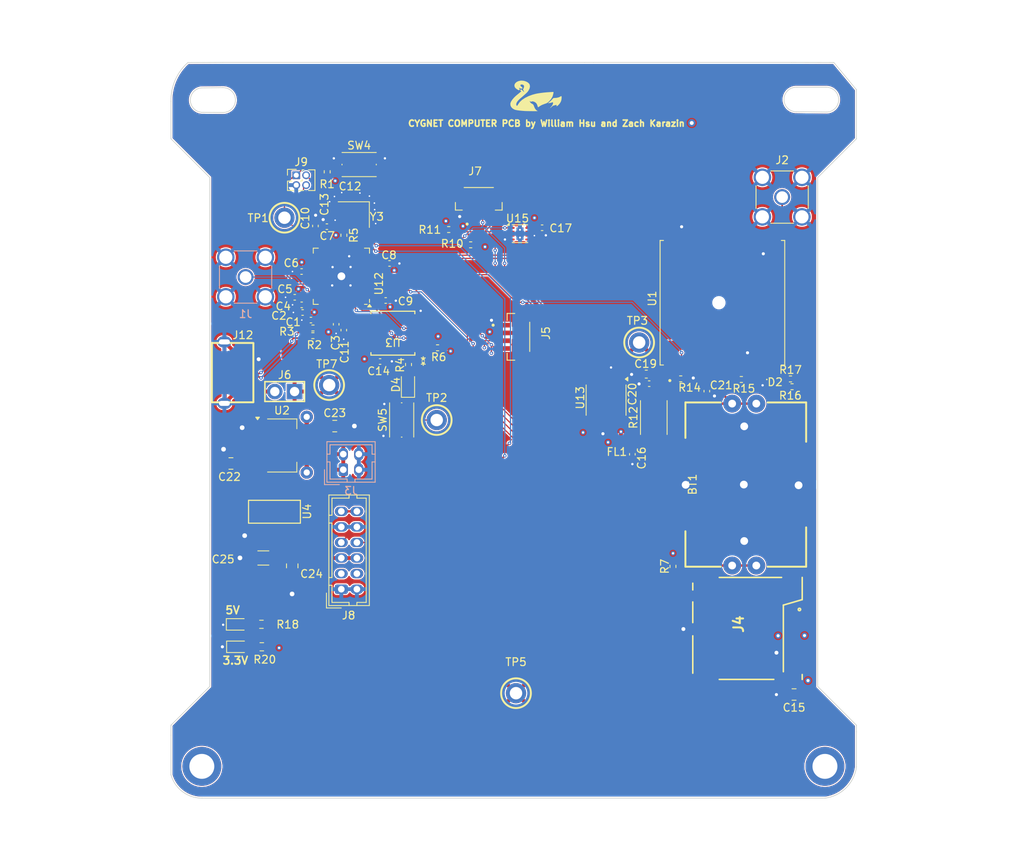
<source format=kicad_pcb>
(kicad_pcb (version 20241229) (generator "pcbnew") (generator_version "9.0")
  (layers (0 "F.Cu" signal) (4 "In1.Cu" power) (6 "In2.Cu" power) (2 "B.Cu" signal) (13 "F.Paste" user) (15 "B.Paste" user) (5 "F.SilkS" user "F.Silkscreen") (7 "B.SilkS" user "B.Silkscreen") (1 "F.Mask" user) (3 "B.Mask" user) (25 "Edge.Cuts" user))
  (net 0 "")
  (net 1 "/RP2040 MCU/Crystal In")
  (net 2 "Net-(C13-Pad1)")
  (net 3 "+1V1")
  (net 4 "/Sensors/VBACKUP")
  (net 5 "GND")
  (net 6 "+5V")
  (net 7 "Net-(D2-A)")
  (net 8 "Net-(D3-A)")
  (net 9 "Cosmic Analog")
  (net 10 "GPS VCC")
  (net 11 "Net-(J2-In)")
  (net 14 "/RP2040 MCU/Crystal Out")
  (net 15 "Net-(U12-USB_DP)")
  (net 16 "Net-(U12-USB_DM)")
  (net 18 "MicroSD CLK")
  (net 19 "PAYLOAD_BATT")
  (net 20 "/RP2040 MCU/QSPI_SCLK")
  (net 21 "/RP2040 MCU/QSPI_SD0")
  (net 22 "/RP2040 MCU/QSPI_SD1")
  (net 23 "/RP2040 MCU/QSPI_SD2")
  (net 24 "/RP2040 MCU/QSPI_SD3")
  (net 25 "/RP2040 MCU/QSPI_SS")
  (net 26 "RP2040 Reset")
  (net 27 "SDA0")
  (net 28 "SCL0")
  (net 29 "Net-(U1-3D-FIX)")
  (net 30 "GPS Reset")
  (net 31 "Net-(U1-TX)")
  (net 32 "Net-(D4-A)")
  (net 33 "UART0 Rx")
  (net 34 "PAYLOAD_PWR")
  (net 35 "UART0 Tx")
  (net 36 "Net-(U1-RX)")
  (net 38 "GPS 1PPS")
  (net 40 "USB_D+")
  (net 41 "USB_D-")
  (net 46 "MicroSD MOSI")
  (net 47 "SWCLK")
  (net 48 "MicroSD CS")
  (net 49 "MicroSD MISO")
  (net 50 "SWD")
  (net 54 "Net-(D4-K)")
  (net 55 "SCL1")
  (net 56 "Net-(J12-VBUS)")
  (net 62 "Net-(D5-A)")
  (net 64 "UART1 Tx")
  (net 65 "VCC Processed")
  (net 66 "UART1 Rx")
  (net 74 "SDA1")
  (footprint "Capacitor_SMD:C_0402_1005Metric" (layer "F.Cu") (at 120.11 83.8)
    (property "Reference" "C9")
    (property "Value" "100n")
  )
  (footprint "Resistor_SMD:R_0402_1005Metric" (layer "F.Cu") (at 157.99 93.87)
    (property "Reference" "R14")
    (property "Value" "10k")
  )
  (footprint "Capacitor_SMD:C_0603_1608Metric" (layer "F.Cu") (at 153.565 93.26 180)
    (property "Reference" "C19")
    (property "Value" "1uF")
  )
  (footprint "Capacitor_SMD:C_0805_2012Metric" (layer "F.Cu") (at 172.54 134.42 180)
    (property "Reference" "C15")
    (property "Value" "10u")
  )
  (footprint "Resistor_SMD:R_0402_1005Metric" (layer "F.Cu") (at 172.28 94.88)
    (property "Reference" "R16")
    (property "Value" "470")
  )
  (footprint "Resistor_SMD:R_2512_6332Metric" (layer "F.Cu") (at 154.53 98.84 90)
    (property "Reference" "R12")
    (property "Value" "0.002")
  )
  (footprint "Resistor_SMD:R_0402_1005Metric" (layer "F.Cu") (at 128.2 74.69 180)
    (property "Reference" "R11")
    (property "Value" "10k")
  )
  (footprint "LED_SMD:LED_0603_1608Metric" (layer "F.Cu") (at 101.1725 128.29)
    (property "Reference" "D5" (hide yes))
    (property "Value" "LED")
  )
  (footprint "Resistor_SMD:R_0603_1608Metric" (layer "F.Cu") (at 104.205 128.29 180)
    (property "Reference" "R20")
    (property "Value" "100k")
  )
  (footprint "Resistor_SMD:R_0402_1005Metric" (layer "F.Cu") (at 126.77 89.88 180)
    (property "Reference" "R6")
    (property "Value" "10k")
  )
  (footprint "1my_footprints:BAT-TH_BAT-HLD-001-THM_1" (layer "F.Cu") (at 166.14 107.45 90)
    (property "Reference" "BT1")
    (property "Value" "3V")
  )
  (footprint "1my_footprints:TH_BD3.2-D2.0" (layer "F.Cu") (at 152.65 89.2)
    (property "Reference" "TP3")
    (property "Value" "TestPoint")
  )
  (footprint "LED_SMD:LED_0603_1608Metric" (layer "F.Cu") (at 101.1325 125.41)
    (property "Reference" "D3" (hide yes))
    (property "Value" "LED")
  )
  (footprint "Capacitor_SMD:C_0402_1005Metric" (layer "F.Cu") (at 111.09 74.23 90)
    (property "Reference" "C10")
    (property "Value" "100n")
  )
  (footprint "Button_Switch_SMD:SW_Push_1P1T_NO_CK_KMR2" (layer "F.Cu") (at 116.7 66.34)
    (property "Reference" "SW4")
    (property "Value" "SW_Push_Shielded")
  )
  (footprint "Capacitor_SMD:C_0402_1005Metric" (layer "F.Cu") (at 112.56 74.32 180)
    (property "Reference" "C7")
    (property "Value" "100n")
  )
  (footprint "Capacitor_SMD:C_0402_1005Metric" (layer "F.Cu") (at 109.31 80.08 180)
    (property "Reference" "C6")
    (property "Value" "100n")
  )
  (footprint "Capacitor_SMD:C_0402_1005Metric" (layer "F.Cu") (at 119.39 91.64)
    (property "Reference" "C14")
    (property "Value" "100n")
  )
  (footprint "Capacitor_SMD:C_0402_1005Metric" (layer "F.Cu") (at 151.78 103.56 -90)
    (property "Reference" "C16")
    (property "Value" "100nF")
  )
  (footprint "Capacitor_SMD:C_0805_2012Metric" (layer "F.Cu") (at 108.11 117.89 -90)
    (property "Reference" "C24")
    (property "Value" "10u")
  )
  (footprint "Capacitor_SMD:C_0805_2012Metric" (layer "F.Cu") (at 100.24 104.74 180)
    (property "Reference" "C22")
    (property "Value" "10u")
  )
  (footprint "1my_footprints:AZ1117I-5.0" (layer "F.Cu") (at 105.83 111.04 -90)
    (property "Reference" "U4")
    (property "Value" "AZ1117-5.0")
  )
  (footprint "Button_Switch_SMD:SW_Push_1P1T_NO_CK_KMR2" (layer "F.Cu") (at 122.16 99.15 90)
    (property "Reference" "SW5")
    (property "Value" "SW_Push_Shielded")
  )
  (footprint "1my_footprints:TH_BD3.2-D2.0" (layer "F.Cu") (at 107.11 73.17)
    (property "Reference" "TP1")
    (property "Value" "TestPoint")
  )
  (footprint "Resistor_SMD:R_0402_1005Metric" (layer "F.Cu") (at 131.02 76.65 180)
    (property "Reference" "R10")
    (property "Value" "10k")
  )
  (footprint "Capacitor_SMD:C_0402_1005Metric" (layer "F.Cu") (at 153.94 94.49 180)
    (property "Reference" "C20")
    (property "Value" "100nF")
  )
  (footprint "Resistor_SMD:R_0402_1005Metric" (layer "F.Cu") (at 112.6 67.27 90)
    (property "Reference" "R1")
    (property "Value" "10k")
  )
  (footprint "" (layer "F.Cu") (at 176.50328 143.650755)
    (property "Reference" "H2")
    (property "Value" "MountingHole" (hide yes))
  )
  (footprint "Connector_PinHeader_1.27mm:PinHeader_2x02_P1.27mm_Vertical" (layer "F.Cu") (at 108.625 67.71)
    (property "Reference" "J9")
    (property "Value" "SWD Port")
  )
  (footprint "Package_SO:SOIC-8_3.9x4.9mm_P1.27mm" (layer "F.Cu") (at 148.405 96.6 -90)
    (property "Reference" "U13")
    (property "Value" "INA219AxD")
  )
  (footprint "1my_footprints:cadence_cygnet_logo_placeholder" (layer "F.Cu") (at 139.39 57.52)
    (property "Reference" "G***" (hide yes))
    (property "Value" "LOGO" (hide yes))
  )
  (footprint "1my_footprints:microSD-503398-1892-1" (layer "F.Cu") (at 173.585 119.38 -90)
    (property "Reference" "J4")
    (property "Value" "Micro_SD_Card_Det1" (hide yes))
  )
  (footprint "Capacitor_SMD:C_0805_2012Metric" (layer "F.Cu") (at 113.57 99.94)
    (property "Reference" "C23")
    (property "Value" "10u")
  )
  (footprint "Resistor_SMD:R_0402_1005Metric" (layer "F.Cu") (at 172.08 93.88)
    (property "Reference" "R17")
    (property "Value" "470")
  )
  (footprint "Capacitor_SMD:C_0402_1005Metric" (layer "F.Cu") (at 113.75 86.86 -90)
    (property "Reference" "C3")
    (property "Value" "100n")
  )
  (footprint "Capacitor_SMD:C_0402_1005Metric" (layer "F.Cu") (at 161.34 95.45 -90)
    (property "Reference" "C21")
    (property "Value" "1uF")
  )
  (footprint "Capacitor_SMD:C_0402_1005Metric" (layer "F.Cu") (at 108.43 83.39 180)
    (property "Reference" "C5")
    (property "Value" "100n")
  )
  (footprint "LOGO" (layer "F.Cu") (at 121.389999 56.989999)
    (property "Reference" "G***" (hide yes))
    (property "Value" "LOGO" (hide yes))
  )
  (footprint "Diode_SMD:D_SOD-323F" (layer "F.Cu") (at 122.97 94.63 90)
    (property "Reference" "D4")
    (property "Value" "NSR0320")
  )
  (footprint "1my_footprints:SOIC_208MIL_WIN" (layer "F.Cu") (at 121.0325 88.0025 180)
    (property "Reference" "U3")
    (property "Value" "W25Q128JVS")
  )
  (footprint "1my_footprints:BEADC1608X95N" (layer "F.Cu") (at 151.045 101.85 180)
    (property "Reference" "FL1")
    (property "Value" "BLM18BD601SN1J")
  )
  (footprint "Connector_Hirose:Hirose_DF11-12DP-2DSA_2x06_P2.00mm_Vertical" (layer "F.Cu") (at 114.41 120.89 90)
    (property "Reference" "J8")
    (property "Value" "Conn_02x06_Odd_Even")
  )
  (footprint "Capacitor_SMD:C_1206_3216Metric" (layer "F.Cu") (at 104.4 116.88 180)
    (property "Reference" "C25")
    (property "Value" "22u")
  )
  (footprint "Capacitor_SMD:C_0402_1005Metric" (layer "F.Cu") (at 120.6 79.04)
    (property "Reference" "C8")
    (property "Value" "100n")
  )
  (footprint "Resistor_SMD:R_0402_1005Metric" (layer "F.Cu") (at 156.99 117.96 -90)
    (property "Reference" "R7")
    (property "Value" "10k")
  )
  (footprint "Resistor_SMD:R_0402_1005Metric" (layer "F.Cu") (at 123.04 92.03 -90)
    (property "Reference" "R4")
    (property "Value" "1k")
  )
  (footprint "Package_SON:WSON-8-1EP_2x2mm_P0.5mm_EP0.9x1.6mm_ThermalVias" (layer "F.Cu") (at 137.35 75.22)
    (property "Reference" "U15")
    (property "Value" "TMP1075DSG")
  )
  (footprint "" (layer "F.Cu") (at 96.50328 143.650755)
    (property "Reference" "H1")
    (property "Value" "MountingHole" (hide yes))
  )
  (footprint "Resistor_SMD:R_0402_1005Metric" (layer "F.Cu") (at 165.77 93.95)
    (property "Reference" "R15")
    (property "Value" "470")
  )
  (footprint "1my_footprints:CD-PA1616D" (layer "F.Cu") (at 163.34 84.09 90)
    (property "Reference" "U1")
    (property "Value" "CD-PA1616D")
  )
  (footprint "Crystal:Crystal_SMD_3225-4Pin_3.2x2.5mm" (layer "F.Cu") (at 116.01 72.77 180)
    (property "Reference" "Y3")
    (property "Value" "ABM8-272-T3")
  )
  (footprint "1my_footprints:JST_BM04B-SRSS-TB(LF)(SN)" (layer "F.Cu") (at 137.9 88.47 -90)
    (property "Reference" "J5")
    (property "Value" "Conn_01x04")
  )
  (footprint "Resistor_SMD:R_0402_1005Metric" (layer "F.Cu") (at 110.77 87.34)
    (property "Reference" "R3")
    (property "Value" "27")
  )
  (footprint "Capacitor_SMD:C_0402_1005Metric" (layer "F.Cu") (at 109.3225 84.3625 180)
    (property "Reference" "C4")
    (property "Value" "100n")
  )
  (footprint "1my_footprints:TH_BD3.2-D2.0" (layer "F.Cu") (at 136.84 134.25)
    (property "Reference" "TP5")
    (property "Value" "TestPoint")
  )
  (footprint "Resistor_SMD:R_0402_1005Metric" (layer "F.Cu") (at 114.74 75.42 90)
    (property "Reference" "R5")
    (property "Value" "1k")
  )
  (footprint "1my_footprints:MICRO-USB-SMD_5P-P0.65-H-F_105164-0001" (layer "F.Cu") (at 100.75 93.07)
    (property "Reference" "J12")
    (property "Value" "USB_B_Micro")
  )
  (footprint "1my_footprints:TH_BD3.2-D2.0" (layer "F.Cu") (at 126.66 99.16)
    (property "Reference" "TP2")
    (property "Value" "TestPoint")
  )
  (footprint "Capacitor_SMD:C_0402_1005Metric" (layer "F.Cu") (at 140.19 74.46)
    (property "Reference" "C17")
    (property "Value" "10nF")
  )
  (footprint "Capacitor_SMD:C_0201_0603Metric" (layer "F.Cu") (at 113.5 72.39 90)
    (property "Reference" "C13")
    (property "Value" "15p")
  )
  (footprint "Resistor_SMD:R_0402_1005Metric" (layer "F.Cu") (at 110.76 88.32)
    (property "Reference" "R2")
    (property "Value" "27")
  )
  (footprint "Connector_Coaxial:SMA_Amphenol_901-144_Vertical" (layer "F.Cu") (at 171.01 70.52)
    (property "Reference" "J2")
    (property "Value" "Conn_Coaxial")
  )
  (footprint "1my_footprints:TH_BD3.2-D2.0" (layer "F.Cu") (at 112.85 94.67)
    (property "Reference" "TP7")
    (property "Value" "TestPoint")
  )
  (footprint "Resistor_SMD:R_0603_1608Metric" (layer "F.Cu") (at 104.155 125.4 180)
    (property "Reference" "R18")
    (property "Value" "10k")
  )
  (footprint "Capacitor_SMD:C_0402_1005Metric" (layer "F.Cu") (at 114.73 87.61 -90)
    (property "Reference" "C11")
    (property "Value" "100n")
  )
  (footprint "Capacitor_SMD:C_0402_1005Metric" (layer "F.Cu") (at 110.51 86.32 180)
    (property "Reference" "C1")
    (property "Value" "1u")
  )
  (footprint "1my_footprints:JST_BM04B-SRSS-TB(LF)(SN)" (layer "F.Cu") (at 132.06 69.99)
    (property "Reference" "J7")
    (property "Value" "Conn_01x04")
  )
  (footprint "Capacitor_SMD:C_0402_1005Metric" (layer "F.Cu") (at 109.4425 85.3425 180)
    (property "Reference" "C2")
    (property "Value" "1u")
  )
  (footprint "1my_footprints:HDR-TH_2P-P2.54-V-M" (layer "F.Cu") (at 107.14 95.5 180)
    (property "Reference" "J6")
    (property "Value" "Conn_01x02")
  )
  (footprint "Package_DFN_QFN:QFN-56-1EP_7x7mm_P0.4mm_EP3.2x3.2mm" (layer "F.Cu") (at 114.4225 80.69 180)
    (property "Reference" "U12")
    (property "Value" "RP2040")
  )
  (footprint "LED_SMD:LED_0201_0603Metric" (layer "F.Cu") (at 168.18 93.95 180)
    (property "Reference" "D2")
    (property "Value" "LED")
  )
  (footprint "Capacitor_SMD:C_0201_0603Metric" (layer "F.Cu") (at 115.645 70.62 180)
    (property "Reference" "C12")
    (property "Value" "15p")
  )
  (footprint "Package_TO_SOT_SMD:SOT-223-3_TabPin2" (layer "F.Cu") (at 106.79 102.43)
    (property "Reference" "U2")
    (property "Value" "NCP1117-3.3_SOT223")
  )
  (footprint "Connector_Hirose:Hirose_DF11-4DP-2DSA_2x02_P2.00mm_Vertical" (layer "B.Cu") (at 114.66 105.54)
    (property "Reference" "J3")
    (property "Value" "Conn_02x02_Top_Bottom")
  )
  (footprint "Connector_Coaxial:SMA_Amphenol_901-144_Vertical" (layer "B.Cu") (at 102.12 80.79)
    (property "Reference" "J1")
    (property "Value" "Conn_Coaxial")
  )
  (gr_line (start 180.54648 61.996277) (end 180.54648 63.030755) (stroke (width 0.1)) (layer "Edge.Cuts"))
  (gr_line (start 92.54648 144.725155) (end 92.54648 139.650755) (stroke (width 0.1)) (layer "Edge.Cuts"))
  (gr_arc (start 176.669642 56.404477) (mid 178.269658 58.004477) (end 176.669642 59.604477) (stroke (width 0.1)) (layer "Edge.Cuts"))
  (gr_line (start 136.09648 53.214477) (end 145.64688 53.214477) (stroke (width 0.1)) (layer "Edge.Cuts"))
  (gr_line (start 146.804642 53.214477) (end 172.204642 53.214477) (stroke (width 0.1)) (layer "Edge.Cuts"))
  (gr_line (start 97.52328 133.383955) (end 97.52328 112.650755) (stroke (width 0.1)) (layer "Edge.Cuts"))
  (gr_line (start 177.644642 53.229477) (end 180.54648 56.725155) (stroke (width 0.1)) (layer "Edge.Cuts"))
  (gr_line (start 146.804642 53.214477) (end 145.64688 53.214477) (stroke (width 0.1)) (layer "Edge.Cuts"))
  (gr_line (start 97.52328 68.007555) (end 97.52328 112.650755) (stroke (width 0.1)) (layer "Edge.Cuts"))
  (gr_arc (start 96.469444 59.629468) (mid 95.025156 58.031549) (end 96.519419 56.480261) (stroke (width 0.1)) (layer "Edge.Cuts"))
  (gr_line (start 176.669642 56.404477) (end 172.869617 56.40527) (stroke (width 0.1)) (layer "Edge.Cuts"))
  (gr_line (start 180.54648 138.360755) (end 175.57328 133.387555) (stroke (width 0.1)) (layer "Edge.Cuts"))
  (gr_arc (start 99.219642 56.454477) (mid 100.819658 58.054477) (end 99.219642 59.654477) (stroke (width 0.1)) (layer "Edge.Cuts"))
  (gr_line (start 134.739642 53.214477) (end 99.179642 53.214477) (stroke (width 0.1)) (layer "Edge.Cuts"))
  (gr_line (start 180.54648 61.996277) (end 180.54648 56.725155) (stroke (width 0.1)) (layer "Edge.Cuts"))
  (gr_line (start 94.71 53.24) (end 99.179642 53.214477) (stroke (width 0.1)) (layer "Edge.Cuts"))
  (gr_line (start 96.469444 59.629468) (end 99.219642 59.654477) (stroke (width 0.1)) (layer "Edge.Cuts"))
  (gr_line (start 172.204642 53.214477) (end 177.644642 53.229477) (stroke (width 0.1)) (layer "Edge.Cuts"))
  (gr_line (start 180.54648 63.030755) (end 175.57328 68.003955) (stroke (width 0.1)) (layer "Edge.Cuts"))
  (gr_line (start 172.819642 59.554477) (end 176.669642 59.604477) (stroke (width 0.1)) (layer "Edge.Cuts"))
  (gr_line (start 92.54648 138.360755) (end 97.52328 133.383955) (stroke (width 0.1)) (layer "Edge.Cuts"))
  (gr_arc (start 180.54648 143.725155) (mid 179.222886 146.401561) (end 176.54648 147.725155) (stroke (width 0.1)) (layer "Edge.Cuts"))
  (gr_line (start 92.54648 63.030755) (end 92.54648 58.225155) (stroke (width 0.1)) (layer "Edge.Cuts"))
  (gr_line (start 92.54648 139.650755) (end 92.54648 138.360755) (stroke (width 0.1)) (layer "Edge.Cuts"))
  (gr_line (start 92.54648 63.030755) (end 97.52328 68.007555) (stroke (width 0.1)) (layer "Edge.Cuts"))
  (gr_arc (start 96.54648 147.725155) (mid 94.034086 146.908346) (end 92.54648 144.725155) (stroke (width 0.1)) (layer "Edge.Cuts"))
  (gr_line (start 180.54648 139.182755) (end 180.54648 143.725155) (stroke (width 0.1)) (layer "Edge.Cuts"))
  (gr_arc (start 92.54648 58.225155) (mid 93.081372 55.495241) (end 94.71 53.24) (stroke (width 0.1)) (layer "Edge.Cuts"))
  (gr_line (start 175.57 68.0064) (end 175.57 133.39) (stroke (width 0.1)) (layer "Edge.Cuts"))
  (gr_line (start 176.54648 147.725155) (end 96.54648 147.725155) (stroke (width 0.1)) (layer "Edge.Cuts"))
  (gr_arc (start 172.819642 59.554477) (mid 171.244855 57.954486) (end 172.869617 56.40527) (stroke (width 0.1)) (layer "Edge.Cuts"))
  (gr_line (start 134.739642 53.214477) (end 136.09648 53.214477) (stroke (width 0.1)) (layer "Edge.Cuts"))
  (gr_line (start 96.519419 56.480261) (end 99.219642 56.454477) (stroke (width 0.1)) (layer "Edge.Cuts"))
  (gr_line (start 180.54648 139.182755) (end 180.54648 138.360755) (stroke (width 0.1)) (layer "Edge.Cuts"))
  (gr_text "3.3V\n" (at 99.06 130.64 0) (layer "F.SilkS") (effects (font (size 1 1) (thickness 0.2) (bold yes)) (justify left bottom)))
  (gr_text "CYGNET COMPUTER PCB by William Hsu and Zach Karazin" (at 140.75 61.525 0) (layer "F.SilkS") (effects (font (size 0.8 0.8) (thickness 0.2) (bold yes)) (justify bottom)))
  (gr_text "5V" (at 99.42 124.17 0) (layer "F.SilkS") (effects (font (size 1 1) (thickness 0.2) (bold yes)) (justify left bottom)))
  (segment (start 118.19 72.82) (end 117.27 71.9) (width 0.15) (layer "F.Cu") (net 1))
  (segment (start 118.19 74.43) (end 118.19 72.82) (width 0.15) (layer "F.Cu") (net 1))
  (segment (start 117.27 71.9) (end 116.94 71.9) (width 0.15) (layer "F.Cu") (net 1))
  (segment (start 115.965 70.62) (end 115.965 70.775) (width 0.15) (layer "F.Cu") (net 1))
  (segment (start 115.0225 76.6675) (end 116.77 74.92) (width 0.15) (layer "F.Cu") (net 1))
  (segment (start 117.7 74.92) (end 118.19 74.43) (width 0.15) (layer "F.Cu") (net 1))
  (segment (start 115.965 70.775) (end 117.11 71.92) (width 0.15) (layer "F.Cu") (net 1))
  (segment (start 115.0225 77.2525) (end 115.0225 76.6675) (width 0.15) (layer "F.Cu") (net 1))
  (segment (start 116.77 74.92) (end 117.7 74.92) (width 0.15) (layer "F.Cu") (net 1))
  (segment (start 114.74 74.9) (end 114.63 75.01) (width 0.15) (layer "F.Cu") (net 2))
  (segment (start 114.74 73.79) (end 114.91 73.62) (width 0.15) (layer "F.Cu") (net 2))
  (segment (start 114 72.71) (end 114.91 73.62) (width 0.15) (layer "F.Cu") (net 2))
  (segment (start 113.5 72.71) (end 114 72.71) (width 0.15) (layer "F.Cu") (net 2))
  (segment (start 114.66 73.78) (end 114.61 73.73) (width 0.15) (layer "F.Cu") (net 2))
  (segment (start 114.74 74.93) (end 114.74 73.79) (width 0.15) (layer "F.Cu") (net 2))
  (segment (start 112.6225 84.6275) (end 110.99 86.26) (width 0.2) (layer "F.Cu") (net 3))
  (segment (start 110.99 86.26) (end 110.99 86.32) (width 0.2) (layer "F.Cu") (net 3))
  (segment (start 114.6225 84.1275) (end 114.6225 83.1525) (width 0.2) (layer "F.Cu") (net 3))
  (segment (start 111.524 75.144) (end 111.09 74.71) (width 0.2) (layer "F.Cu") (net 3))
  (segment (start 113.8225 77.2525) (end 113.8225 76.491466) (width 0.2) (layer "F.Cu") (net 3))
  (segment (start 113.8225 77.2525) (end 113.8225 78.1175) (width 0.2) (layer "F.Cu") (net 3))
  (segment (start 113.8225 76.491466) (end 112.475034 75.144) (width 0.2) (layer "F.Cu") (net 3))
  (segment (start 114.6225 87.0325) (end 114.72 87.13) (width 0.2) (layer "F.Cu") (net 3))
  (segment (start 114.6225 84.1275) (end 114.6225 87.0325) (width 0.2) (layer "F.Cu") (net 3))
  (segment (start 110.99 86.32) (end 111.085 86.32) (width 0.2) (layer "F.Cu") (net 3))
  (segment (start 112.6225 84.1275) (end 112.6225 84.6275) (width 0.2) (layer "F.Cu") (net 3))
  (segment (start 112.6225 83.1725) (end 112.62 83.17) (width 0.2) (layer "F.Cu") (net 3))
  (segment (start 112.475034 75.144) (end 111.524 75.144) (width 0.2) (layer "F.Cu") (net 3))
  (segment (start 112.6225 84.1275) (end 112.6225 83.1725) (width 0.2) (layer "F.Cu") (net 3))
  (segment (start 164.59 117.85) (end 167.69 117.85) (width 0.3) (layer "F.Cu") (net 4))
  (segment (start 156.42 111.69) (end 162.58 117.85) (width 0.3) (layer "F.Cu") (net 4))
  (segment (start 161.09 93.55) (end 161.34 93.8) (width 0.3) (layer "F.Cu") (net 4))
  (segment (start 163.1 97.05) (end 156.42 103.73) (width 0.3) (layer "F.Cu") (net 4))
  (segment (start 161.09 92.09) (end 161.09 93.55) (width 0.3) (layer "F.Cu") (net 4))
  (segment (start 167.69 97.05) (end 164.59 97.05) (width 0.3) (layer "F.Cu") (net 4))
  (segment (start 164.59 97.05) (end 163.1 97.05) (width 0.3) (layer "F.Cu") (net 4))
  (segment (start 162.58 117.85) (end 164.59 117.85) (width 0.3) (layer "F.Cu") (net 4))
  (segment (start 161.34 93.8) (end 164.59 97.05) (width 0.3) (layer "F.Cu") (net 4))
  (segment (start 156.42 103.73) (end 156.42 111.69) (width 0.3) (layer "F.Cu") (net 4))
  (segment (start 161.34 94.97) (end 161.34 93.8) (width 0.3) (layer "F.Cu") (net 4))
  (segment (start 102.925 116.88) (end 101.41 116.88) (width 0.5) (layer "F.Cu") (net 5))
  (segment (start 100.89 90.61) (end 99.4 89.12) (width 0.5) (layer "F.Cu") (net 5))
  (segment (start 147.78 100.92) (end 147.77 100.91) (width 0.3) (layer "F.Cu") (net 5))
  (segment (start 139.2 75.47) (end 138.3 75.47) (width 0.15) (layer "F.Cu") (net 5))
  (segment (start 152.64 94.52) (end 152.67 94.49) (width 0.3) (layer "F.Cu") (net 5))
  (segment (start 161.34 95.93) (end 162.18 95.93) (width 0.3) (layer "F.Cu") (net 5))
  (segment (start 108.83 80.08) (end 108.14 80.08) (width 0.2) (layer "F.Cu") (net 5))
  (segment (start 121.86 79.04) (end 121.87 79.05) (width 0.2) (layer "F.Cu") (net 5))
  (segment (start 102.1 92.42) (end 102.1 92.08) (width 0.5) (layer "F.Cu") (net 5))
  (segment (start 124.6 86.0201) (end 124.6774 86.0975) (width 0.2) (layer "F.Cu") (net 5))
  (segment (start 149.04 92.41) (end 149.04 94.125) (width 0.2) (layer "F.Cu") (net 5))
  (segment (start 151.78 104.04) (end 151.78 104.82) (width 0.15) (layer "F.Cu") (net 5))
  (segment (start 121.36 101.2) (end 119.82 101.2) (width 0.2) (layer "F.Cu") (net 5))
  (segment (start 134.32 86.97) (end 135.375 86.97) (width 0.3) (layer "F.Cu") (net 5))
  (segment (start 118.75 65.54) (end 120.01 65.54) (width 0.2) (layer "F.Cu") (net 5))
  (segment (start 107.25 83.39) (end 107.95 83.39) (width 0.2) (layer "F.Cu") (net 5))
  (segment (start 168.59 76.09) (end 168.59 77.8) (width 0.3) (layer "F.Cu") (net 5))
  (segment (start 103.8 91.35) (end 103.07 92.08) (width 0.5) (layer "F.Cu") (net 5))
  (segment (start 108.15 84.36) (end 108.84 84.36) (width 0.2) (layer "F.Cu") (net 5))
  (segment (start 113.7425 88.0325) (end 113.7425 87.3425) (width 0.2) (layer "F.Cu") (net 5))
  (segment (start 101.69 100.13) (end 101.68 100.14) (width 0.5) (layer "F.Cu") (net 5))
  (segment (start 129.61 73.02) (end 130.055 73.02) (width 0.3) (layer "F.Cu") (net 5))
  (segment (start 100.89 95.53) (end 99.4 97.02) (width 0.5) (layer "F.Cu") (net 5))
  (segment (start 152.83 93.26) (end 151.72 93.26) (width 0.3) (layer "F.Cu") (net 5))
  (segment (start 112.08 74.32) (end 112.08 73.41) (width 0.2) (layer "F.Cu") (net 5))
  (segment (start 103.06 90.61) (end 101.75 90.61) (width 0.5) (layer "F.Cu") (net 5))
  (segment (start 108.2625 85.3425) (end 108.26 85.34) (width 0.2) (layer "F.Cu") (net 5))
  (segment (start 140.67 74.46) (end 140.67 75.43) (width 0.2) (layer "F.Cu") (net 5))
  (segment (start 124.6 85.13) (end 124.6 86.0201) (width 0.2) (layer "F.Cu") (net 5))
  (segment (start 114.52 99.94) (end 116.08 99.94) (width 0.5) (layer "F.Cu") (net 5))
  (segment (start 158.33 126.01) (end 159.63 126.01) (width 0.5) (layer "F.Cu") (net 5))
  (segment (start 162.18 95.93) (end 162.32 96.07) (width 0.3) (layer "F.Cu") (net 5))
  (segment (start 99.45 92.13) (end 99.45 94.01) (width 0.5) (layer "F.Cu") (net 5))
  (segment (start 99.24 125.46) (end 100.295 125.46) (width 0.3) (layer "F.Cu") (net 5))
  (segment (start 159.63 126.01) (end 159.645 126.025) (width 0.5) (layer "F.Cu") (net 5))
  (segment (start 115.4225 78.1175) (end 115.42 78.12) (width 0.2) (layer "F.Cu") (net 5))
  (segment (start 130.055 73.02) (end 130.56 72.515) (width 0.3) (layer "F.Cu") (net 5))
  (segment (start 114.72 88.78) (end 114.72 88.09) (width 0.2) (layer "F.Cu") (net 5))
  (segment (start 152.67 94.49) (end 153.52 94.49) (width 0.3) (layer "F.Cu") (net 5))
  (segment (start 99.45 96.97) (end 99.4 97.02) (width 0.5) (layer "F.Cu") (net 5))
  (segment (start 159.59 93.75) (end 159.6 93.76) (width 0.3) (layer "F.Cu") (net 5))
  (segment (start 158.1 76.08) (end 158.09 76.09) (width 0.3) (layer "F.Cu") (net 5))
  (segment (start 100.97 95.53) (end 99.45 94.01) (width 0.5) (layer "F.Cu") (net 5))
  (segment (start 121.36 97.1) (end 119.93 97.1) (width 0.2) (layer "F.Cu") (net 5))
  (segment (start 170.28 134.42) (end 170.27 134.43) (width 0.4) (layer "F.Cu") (net 5))
  (segment (start 110.03 86.32) (end 109.34 86.32) (width 0.2) (layer "F.Cu") (net 5))
  (segment (start 171.59 134.42) (end 170.28 134.42) (width 0.4) (layer "F.Cu") (net 5))
  (segment (start 138.3 74.97) (end 138.7 74.97) (width 0.15) (layer "F.Cu") (net 5))
  (segment (start 114.76 72.07) (end 114.91 71.92) (width 0.15) (layer "F.Cu") (net 5))
  (segment (start 147.77 100.91) (end 147.77 99.075) (width 0.3) (layer "F.Cu") (net 5))
  (segment (start 159.59 92.09) (end 159.59 93.75) (width 0.3) (layer "F.Cu") (net 5))
  (segment (start 138.3 75.97) (end 138.7 75.97) (width 0.15) (layer "F.Cu") (net 5))
  (segment (start 138.7 75.97) (end 139.2 75.47) (width 0.15) (layer "F.Cu") (net 5))
  (segment (start 121.38 83.8) (end 121.41 83.83) (width 0.2) (layer "F.Cu") (net 5))
  (segment (start 108.84 84.36) (end 108.8425 84.3625) (width 0.2) (layer "F.Cu") (net 5))
  (segment (start 102.1 92.08) (end 102.1 91.77) (width 0.5) (layer "F.Cu") (net 5))
  (segment (start 99.45 94.01) (end 99.45 96.97) (width 0.5) (layer "F.Cu") (net 5))
  (segment (start 115.325 70.62) (end 115.325 71.505) (width 0.15) (layer "F.Cu") (net 5))
  (segment (start 101.75 95.53) (end 100.89 95.53) (width 0.5) (layer "F.Cu") (net 5))
  (segment (start 103.8 91.35) (end 103.06 90.61) (width 0.5) (layer "F.Cu") (net 5))
  (segment (start 167.09 91.05) (end 166.56 90.52) (width 0.3) (layer "F.Cu") (net 5))
  (segment (start 103.07 92.08) (end 102.1 92.08) (width 0.5) (layer "F.Cu") (net 5))
  (segment (start 102.1 90.96) (end 101.75 90.61) (width 0.5) (layer "F.Cu") (net 5))
  (segment (start 103.64 100.13) (end 101.69 100.13) (width 0.5) (layer "F.Cu") (net 5))
  (segment (start 101.75 95.53) (end 100.97 95.53) (width 0.5) (layer "F.Cu") (net 5))
  (segment (start 108.11 118.84) (end 108.11 121.48) (width 0.5) (layer "F.Cu") (net 5))
  (segment (start 167.09 92.09) (end 167.09 91.05) (width 0.3) (layer "F.Cu") (net 5))
  (segment (start 150.31 93.68) (end 150.31 94.125) (width 0.2) (layer "F.Cu") (net 5))
  (segment (start 108.11 121.48) (end 108.09 121.5) (width 0.5) (layer "F.Cu") (net 5))
  (segment (start 135.42 75.97) (end 136.4 75.97) (width 0.2) (layer "F.Cu") (net 5))
  (segment (start 170.28 129.05) (end 172.185 129.05) (width 0.5) (layer "F.Cu") (net 5))
  (segment (start 114.65 65.54) (end 113.45 65.54) (width 0.2) (layer "F.Cu") (net 5))
  (segment (start 103.53 114.01) (end 102 114.01) (width 0.5) (layer "F.Cu") (net 5))
  (segment (start 100.385 128.29) (end 99.14 128.29) (width 0.3) (layer "F.Cu") (net 5))
  (segment (start 108.9625 85.3425) (end 108.2625 85.3425) (width 0.2) (layer "F.Cu") (net 5))
  (segment (start 99.4 89.12) (end 99.4 92.08) (width 0.5) (layer "F.Cu") (net 5))
  (segment (start 121.08 79.04) (end 121.86 79.04) (width 0.2) (layer "F.Cu") (net 5))
  (segment (start 108.82 79.93) (end 108.84 79.91) (width 0.2) (layer "F.Cu") (net 5))
  (segment (start 115.325 71.505) (end 114.91 71.92) (width 0.15) (layer "F.Cu") (net 5))
  (segment (start 99.4 92.08) (end 99.45 92.13) (width 0.5) (layer "F.Cu") (net 5))
  (segment (start 133.69 86.34) (end 134.32 86.97) (width 0.3) (layer "F.Cu") (net 5))
  (segment (start 113.5 72.07) (end 114.76 72.07) (width 0.15) (layer "F.Cu") (net 5))
  (segment (start 158.1 74.33) (end 158.1 76.08) (width 0.3) (layer "F.Cu") (net 5))
  (segment (start 116.08 99.94) (end 116.09 99.93) (width 0.5) (layer "F.Cu") (net 5))
  (segment (start 168.5 93.95) (end 168.5 94.7) (width 0.2) (layer "F.Cu") (net 5))
  (segment (start 100.295 125.46) (end 100.345 125.41) (width 0.3) (layer "F.Cu") (net 5))
  (segment (start 101.75 90.61) (end 100.89 90.61) (width 0.5) (layer "F.Cu") (net 5))
  (segment (start 120.59 83.8) (end 121.38 83.8) (width 0.2) (layer "F.Cu") (net 5))
  (segment (start 117.11 73.62) (end 116.02 74.71) (width 0.15) (layer "F.Cu") (net 5))
  (segment (start 115.4225 79.69) (end 114.4225 80.69) (width 0.2) (layer "F.Cu") (net 5))
  (segment (start 151.72 93.26) (end 151.68 93.3) (width 0.3) (layer "F.Cu") (net 5))
  (segment (start 138.7 74.97) (end 139.2 75.47) (width 0.15) (layer "F.Cu") (net 5))
  (segment (start 149.04 92.41) (end 150.31 93.68) (width 0.2) (layer "F.Cu") (net 5))
  (segment (start 111.11 72.85) (end 111.11 73.73) (width 0.2) (layer "F.Cu") (net 5))
  (segment (start 111.11 73.73) (end 111.09 73.75) (width 0.2) (layer "F.Cu") (net 5))
  (segment (start 101.41 116.88) (end 101.4 116.87) (width 0.5) (layer "F.Cu") (net 5))
  (segment (start 99.29 104.74) (end 99.29 102.91) (width 0.5) (layer "F.Cu") (net 5))
  (segment (start 120.9 91.62) (end 119.89 91.62) (width 0.2) (layer "F.Cu") (net 5))
  (segment (start 102.1 91.77) (end 102.1 90.96) (width 0.5) (layer "F.Cu") (net 5))
  (segment (start 101.75 90.61) (end 100.97 90.61) (width 0.5) (layer "F.Cu") (net 5))
  (segment (start 115.4225 77.2525) (end 115.4225 78.1175) (width 0.2) (layer "F.Cu") (net 5))
  (segment (start 119.89 91.62) (end 119.87 91.64) (width 0.2) (layer "F.Cu") (net 5))
  (segment (start 100.97 90.61) (end 99.45 92.13) (width 0.5) (layer "F.Cu") (net 5))
  (via (at 115.42 78.12) (size 0.6) (drill 0.3) (layers "F.Cu" "B.Cu") (net 5))
  (via (at 116.09 99.93) (size 1.2) (drill 0.6) (layers "F.Cu" "B.Cu") (net 5))
  (via (at 108.14 80.08) (size 0.45) (drill 0.2) (layers "F.Cu" "B.Cu") (net 5))
  (via (at 173.12 107.54) (size 2) (drill 1) (layers "F.Cu" "B.Cu") (net 5))
  (via (at 158.62 107.48) (size 2) (drill 1) (layers "F.Cu" "B.Cu") (net 5))
  (via (at 118.69 72.13) (size 0.45) (drill 0.2) (layers "F.Cu" "B.Cu") (net 5))
  (via (at 170.28 129.05) (size 1) (drill 0.5) (layers "F.Cu" "B.Cu") (net 5))
  (via (at 112.08 73.41) (size 0.8) (drill 0.4) (layers "F.Cu" "B.Cu") (net 5))
  (via (at 158.33 126.01) (size 1) (drill 0.5) (layers "F.Cu" "B.Cu") (net 5))
  (via (at 162.32 96.07) (size 0.8) (drill 0.4) (layers "F.Cu" "B.Cu") (net 5))
  (via (at 166.56 90.52) (size 0.8) (drill 0.4) (layers "F.Cu" "B.Cu") (net 5))
  (via (at 113.24 81.87) (size 0.6) (drill 0.3) (layers "F.Cu" "B.Cu") (net 5))
  (via (at 101.68 100.14) (size 1.2) (drill 0.6) (layers "F.Cu" "B.Cu") (net 5))
  (via (at 113.7425 88.0325) (size 0.45) (drill 0.2) (layers "F.Cu" "B.Cu") (net 5))
  (via (at 158.1 74.33) (size 0.8) (drill 0.4) (layers "F.Cu" "B.Cu") (net 5))
  (via (at 151.68 93.3) (size 0.8) (drill 0.4) (layers "F.Cu" "B.Cu") (net 5))
  (via (at 116.8 70) (size 0.45) (drill 0.2) (layers "F.Cu" "B.Cu") (net 5))
  (via (at 115.59 81.87) (size 0.6) (drill 0.3) (layers "F.Cu" "B.Cu") (net 5))
  (via (at 107.25 83.39) (size 0.45) (drill 0.2) (layers "F.Cu" "B.Cu") (net 5))
  (via (at 121.87 79.05) (size 0.6) (drill 0.3) (layers "F.Cu" "B.Cu") (net 5))
  (via (at 99.29 102.91) (size 1.2) (drill 0.6) (layers "F.Cu" "B.Cu") (net 5))
  (via (at 166.14 99.97) (size 2) (drill 1) (layers "F.Cu" "B.Cu") (net 5))
  (via (at 133.69 86.34) (size 0.8) (drill 0.4) (layers "F.Cu" "B.Cu") (net 5))
  (via (at 111.11 72.85) (size 0.8) (drill 0.4) (layers "F.Cu" "B.Cu") (net 5))
  (via (at 113.53 70.44) (size 0.45) (drill 0.2) (layers "F.Cu" "B.Cu") (net 5))
  (via (at 148 100.92) (size 0.8) (drill 0.4) (layers "F.Cu" "B.Cu") (net 5))
  (via (at 120.9 91.62) (size 0.6) (drill 0.3) (layers "F.Cu" "B.Cu") (net 5))
  (via (at 168.5 94.7) (size 0.6) (drill 0.3) (layers "F.Cu" "B.Cu") (net 5))
  (via (at 118.82 73.92) (size 0.45) (drill 0.2) (layers "F.Cu" "B.Cu") (net 5))
  (via (at 119.93 97.1) (size 0.6) (drill 0.3) (layers "F.Cu" "B.Cu") (net 5))
  (via (at 109.34 86.32) (size 0.45) (drill 0.2) (layers "F.Cu" "B.Cu") (net 5))
  (via (at 168.59 77.8) (size 0.8) (drill 0.4) (layers "F.Cu" "B.Cu") (net 5))
  (via (at 118.66 71.29) (size 0.45) (drill 0.2) (layers "F.Cu" "B.Cu") (net 5))
  (via (at 108.09 121.5) (size 1.2) (drill 0.6) (layers "F.Cu" "B.Cu") (net 5))
  (via (at 113.45 65.54) (size 0.6) (drill 0.3) (layers "F.Cu" "B.Cu") (net 5))
  (via (at 99.24 125.46) (size 0.6) (drill 0.3) (layers "F.Cu" "B.Cu") (net 5))
  (via (at 159.6 93.76) (size 0.8) (drill 0.4) (layers "F.Cu" "B.Cu") (net 5))
  (via (at 113.29 79.51) (size 0.6) (drill 0.3) (layers "F.Cu" "B.Cu") (net 5))
  (via (at 103.8 91.35) (size 1) (drill 0.5) (layers "F.Cu" "B.Cu") (net 5))
  (via (at 135.42 75.97) (size 0.6) (drill 0.3) (layers "F.Cu" "B.Cu") (net 5))
  (via (at 114.72 88.78) (size 0.45) (drill 0.2) (layers "F.Cu" "B.Cu") (net 5))
  (via (at 112.91 71.11) (size 0.45) (drill 0.2) (layers "F.Cu" "B.Cu") (net 5))
  (via (at 149.04 92.41) (size 0.6) (drill 0.3) (layers "F.Cu" "B.Cu") (net 5))
  (via (at 102 114.01) (size 1.2) (drill 0.6) (layers "F.Cu" "B.Cu") (net 5))
  (via (at 129.61 73.02) (size 0.8) (drill 0.4) (layers "F.Cu" "B.Cu") (net 5))
  (via (at 152.64 94.52) (size 0.8) (drill 0.4) (layers "F.Cu" "B.Cu") (net 5))
  (via (at 114.4225 80.69) (size 2) (drill 1) (layers "F.Cu" "B.Cu") (net 5))
  (via (at 140.67 75.43) (size 0.6) (drill 0.3) (layers "F.Cu" "B.Cu") (net 5))
  (via (at 113.62 73.49) (size 0.45) (drill 0.2) (layers "F.Cu" "B.Cu") (net 5))
  (via (at 108.26 85.34) (size 0.45) (drill 0.2) (layers "F.Cu" "B.Cu") (net 5))
  (via (at 151.78 104.82) (size 0.6) (drill 0.3) (layers "F.Cu" "B.Cu") (net 5))
  (via (at 99.14 128.29) (size 0.8) (drill 0.4) (layers "F.Cu" "B.Cu") (net 5))
  (via (at 124.6 85.13) (size 0.6) (drill 0.3) (layers "F.Cu" "B.Cu") (net 5))
  (via (at 120.01 65.54) (size 0.6) (drill 0.3) (layers "F.Cu" "B.Cu") (net 5))
  (via (at 139.2 75.47) (size 0.45) (drill 0.2) (layers "F.Cu" "B.Cu") (net 5))
  (via (at 101.4 116.87) (size 1.2) (drill 0.6) (layers "F.Cu" "B.Cu") (net 5))
  (via (at 108.15 84.36) (size 0.45) (drill 0.2) (layers "F.Cu" "B.Cu") (net 5))
  (via (at 166.14 114.7) (size 2) (drill 1) (layers "F.Cu" "B.Cu") (net 5))
  (via (at 166.09 107.45) (size 2) (drill 1) (layers "F.Cu" "B.Cu") (net 5))
  (via (at 119.82 101.2) (size 0.6) (drill 0.3) (layers "F.Cu" "B.Cu") (net 5))
  (via (at 170.27 134.43) (size 0.8) (drill 0.4) (layers "F.Cu" "B.Cu") (net 5))
  (via (at 115.6 79.5) (size 0.6) (drill 0.3) (layers "F.Cu" "B.Cu") (net 5))
  (via (at 118.02 70.39) (size 0.45) (drill 0.2) (layers "F.Cu" "B.Cu") (net 5))
  (via (at 114.46 69.94) (size 0.45) (drill 0.2) (layers "F.Cu" "B.Cu") (net 5))
  (via (at 116.02 74.71) (size 0.45) (drill 0.2) (layers "F.Cu" "B.Cu") (net 5))
  (via (at 121.41 83.83) (size 0.6) (drill 0.3) (layers "F.Cu" "B.Cu") (net 5))
  (segment (start 101.19 104.74) (end 103.63 104.74) (width 0.5) (layer "F.Cu") (net 6))
  (segment (start 103.63 104.74) (end 103.64 104.73) (width 0.5) (layer "F.Cu") (net 6))
  (segment (start 166.28 93.95) (end 167.86 93.95) (width 0.2) (layer "F.Cu") (net 7))
  (segment (start 101.92 125.41) (end 103.32 125.41) (width 0.3) (layer "F.Cu") (net 8))
  (segment (start 103.3925 125.69) (end 103.4025 125.68) (width 0.2) (layer "F.Cu") (net 8))
  (segment (start 103.32 125.41) (end 103.33 125.4) (width 0.3) (layer "F.Cu") (net 8))
  (segment (start 110.03875 82.40125) (end 110.5275 82.89) (width 0.15) (layer "F.Cu") (net 9))
  (segment (start 110.5275 82.89) (end 110.985 82.89) (width 0.15) (layer "F.Cu") (net 9))
  (via (at 110.03875 82.40125) (size 0.45) (drill 0.2) (layers "F.Cu" "B.Cu") (net 9))
  (segment (start 110.03875 82.40125) (end 108.4275 80.79) (width 0.15) (layer "B.Cu") (net 9))
  (segment (start 108.4275 80.79) (end 102.12 80.79) (width 0.15) (layer "B.Cu") (net 9))
  (segment (start 149.04 99.075) (end 149.04 98.29) (width 0.3) (layer "F.Cu") (net 10))
  (segment (start 149.04 98.100001) (end 151.240001 95.9) (width 0.3) (layer "F.Cu") (net 10))
  (segment (start 151.240001 95.9) (end 152.06 95.9) (width 0.3) (layer "F.Cu") (net 10))
  (segment (start 149.04 99.075) (end 149.04 98.100001) (width 0.3) (layer "F.Cu") (net 10))
  (segment (start 171.01 70.52) (end 171.01 75.17) (width 0.2) (layer "F.Cu") (net 11))
  (segment (start 170.11 76.07) (end 170.09 76.09) (width 0.15) (layer "F.Cu") (net 11))
  (segment (start 171.01 75.17) (end 170.09 76.09) (width 0.2) (layer "F.Cu") (net 11))
  (segment (start 114.6225 76.0675) (end 114.74 75.95) (width 0.15) (layer "F.Cu") (net 14))
  (segment (start 114.6225 77.2525) (end 114.6225 76.0675) (width 0.15) (layer "F.Cu") (net 14))
  (segment (start 114.63 77.245) (end 114.6225 77.2525) (width 0.15) (layer "F.Cu") (net 14))
  (segment (start 113.4225 85.223822) (end 113.4225 84.1275) (width 0.15) (layer "F.Cu") (net 15))
  (segment (start 112.32 86.326322) (end 113.4225 85.223822) (width 0.15) (layer "F.Cu") (net 15))
  (segment (start 111.27 88.32) (end 112.32 87.27) (width 0.15) (layer "F.Cu") (net 15))
  (segment (start 112.32 87.27) (end 112.32 86.326322) (width 0.15) (layer "F.Cu") (net 15))
  (segment (start 111.85 86.81) (end 111.85 86.13) (width 0.15) (layer "F.Cu") (net 16))
  (segment (start 111.28 87.34) (end 111.32 87.34) (width 0.15) (layer "F.Cu") (net 16))
  (segment (start 113.0225 84.9575) (end 113.0225 84.1275) (width 0.15) (layer "F.Cu") (net 16))
  (segment (start 111.85 86.13) (end 113.0225 84.9575) (width 0.15) (layer "F.Cu") (net 16))
  (segment (start 111.32 87.34) (end 111.85 86.81) (width 0.15) (layer "F.Cu") (net 16))
  (segment (start 163.73 127.95) (end 172.185 127.95) (width 0.15) (layer "F.Cu") (net 18))
  (segment (start 129.92 88.41) (end 129.92 94.14) (width 0.15) (layer "F.Cu") (net 18))
  (segment (start 129.92 94.14) (end 163.73 127.95) (width 0.15) (layer "F.Cu") (net 18))
  (segment (start 117.86 82.09) (end 123.6 82.09) (width 0.15) (layer "F.Cu") (net 18))
  (segment (start 123.6 82.09) (end 129.92 88.41) (width 0.15) (layer "F.Cu") (net 18))
  (segment (start 114.41 116.89) (end 116.41 116.89) (width 0.5) (layer "F.Cu") (net 19))
  (segment (start 108.13 116.92) (end 108.16 116.89) (width 0.2) (layer "F.Cu") (net 19))
  (segment (start 108.16 116.89) (end 114.41 116.89) (width 0.5) (layer "F.Cu") (net 19))
  (segment (start 108.13 116.92) (end 108.11 116.94) (width 0.2) (layer "F.Cu") (net 19))
  (segment (start 108.13 114.01) (end 108.13 116.92) (width 0.5) (layer "F.Cu") (net 19))
  (segment (start 115.4225 85.897702) (end 116.892299 87.367501) (width 0.15) (layer "F.Cu") (net 20))
  (segment (start 115.4225 84.1275) (end 115.4225 85.897702) (width 0.15) (layer "F.Cu") (net 20))
  (segment (start 116.892299 87.367501) (end 117.387599 87.367501) (width 0.15) (layer "F.Cu") (net 20))
  (segment (start 115.8225 84.1275) (end 115.8225 85.4444) (width 0.15) (layer "F.Cu") (net 21))
  (segment (start 116.4756 86.0975) (end 117.3876 86.0975) (width 0.15) (layer "F.Cu") (net 21))
  (segment (start 115.8225 85.4444) (end 116.4756 86.0975) (width 0.15) (layer "F.Cu") (net 21))
  (segment (start 120.8475 88.0075) (end 117.9525 85.1125) (width 0.15) (layer "F.Cu") (net 22))
  (segment (start 124.677401 88.637499) (end 122.417499 88.637499) (width 0.15) (layer "F.Cu") (net 22))
  (segment (start 117.9525 85.1125) (end 117.1125 85.1125) (width 0.15) (layer "F.Cu") (net 22))
  (segment (start 117.1125 85.1125) (end 116.6225 84.6225) (width 0.15) (layer "F.Cu") (net 22))
  (segment (start 116.6225 84.6225) (end 116.6225 84.1275) (width 0.15) (layer "F.Cu") (net 22))
  (segment (start 122.417499 88.637499) (end 122.4125 88.6325) (width 0.15) (layer "F.Cu") (net 22))
  (via (at 120.8475 88.0075) (size 0.45) (drill 0.2) (layers "F.Cu" "B.Cu") (net 22))
  (via (at 122.4125 88.6325) (size 0.45) (drill 0.2) (layers "F.Cu" "B.Cu") (net 22))
  (segment (start 121.4725 88.6325) (end 122.4125 88.6325) (width 0.15) (layer "B.Cu") (net 22))
  (segment (start 120.8475 88.0075) (end 121.4725 88.6325) (width 0.15) (layer "B.Cu") (net 22))
  (segment (start 116.2225 84.9425) (end 116.2225 84.1275) (width 0.15) (layer "F.Cu") (net 23))
  (segment (start 116.3475 85.0675) (end 116.2225 84.9425) (width 0.15) (layer "F.Cu") (net 23))
  (segment (start 122.4425 87.3675) (end 124.6774 87.3675) (width 0.15) (layer "F.Cu") (net 23))
  (via (at 116.3475 85.0675) (size 0.45) (drill 0.2) (layers "F.Cu" "B.Cu") (net 23))
  (via (at 122.4425 87.3675) (size 0.45) (drill 0.2) (layers "F.Cu" "B.Cu") (net 23))
  (segment (start 120.1525 85.2425) (end 122.2775 87.3675) (width 0.15) (layer "B.Cu") (net 23))
  (segment (start 116.5225 85.2425) (end 120.1525 85.2425) (width 0.15) (layer "B.Cu") (net 23))
  (segment (start 122.2775 87.3675) (end 122.4425 87.3675) (width 0.15) (layer "B.Cu") (net 23))
  (segment (start 116.3475 85.0675) (end 116.5225 85.2425) (width 0.15) (layer "B.Cu") (net 23))
  (segment (start 115.0225 84.1275) (end 115.0225 86.3925) (width 0.15) (layer "F.Cu") (net 24))
  (segment (start 117.2675 88.6375) (end 117.3876 88.6375) (width 0.15) (layer "F.Cu") (net 24))
  (segment (start 115.0225 86.3925) (end 117.2675 88.6375) (width 0.15) (layer "F.Cu") (net 24))
  (segment (start 126.26 89.88) (end 124.7049 89.88) (width 0.15) (layer "F.Cu") (net 25))
  (segment (start 121.65 87.72) (end 118.0575 84.1275) (width 0.15) (layer "F.Cu") (net 25))
  (segment (start 123.04 91.52) (end 123.04 89.9275) (width 0.15) (layer "F.Cu") (net 25))
  (segment (start 124.7049 89.88) (end 124.6774 89.9075) (width 0.15) (layer "F.Cu") (net 25))
  (segment (start 122.7775 89.9075) (end 121.65 88.78) (width 0.15) (layer "F.Cu") (net 25))
  (segment (start 123.06 89.9075) (end 122.7775 89.9075) (width 0.15) (layer "F.Cu") (net 25))
  (segment (start 118.0575 84.1275) (end 117.0225 84.1275) (width 0.15) (layer "F.Cu") (net 25))
  (segment (start 123.04 89.9275) (end 123.06 89.9075) (width 0.15) (layer "F.Cu") (net 25))
  (segment (start 121.65 88.78) (end 121.65 87.72) (width 0.15) (layer "F.Cu") (net 25))
  (segment (start 124.6774 89.9075) (end 123.06 89.9075) (width 0.15) (layer "F.Cu") (net 25))
  (segment (start 112.6225 77.2525) (end 112.6225 76.7625) (width 0.15) (layer "F.Cu") (net 26))
  (segment (start 114.65 67.14) (end 118.75 67.14) (width 0.15) (layer "F.Cu") (net 26))
  (segment (start 112.6 66.76) (end 114.27 66.76) (width 0.15) (layer "F.Cu") (net 26))
  (segment (start 108.625 67.71) (end 109.575 66.76) (width 0.15) (layer "F.Cu") (net 26))
  (segment (start 108.625 67.71) (end 108.41 67.71) (width 0.15) (layer "F.Cu") (net 26))
  (segment (start 114.27 66.76) (end 114.65 67.14) (width 0.15) (layer "F.Cu") (net 26))
  (segment (start 110.34 76.4) (end 107.11 73.17) (width 0.15) (layer "F.Cu") (net 26))
  (segment (start 108.41 67.71) (end 107.11 69.01) (width 0.15) (layer "F.Cu") (net 26))
  (segment (start 107.11 69.01) (end 107.11 73.17) (width 0.15) (layer "F.Cu") (net 26))
  (segment (start 109.575 66.76) (end 112.6 66.76) (width 0.15) (layer "F.Cu") (net 26))
  (segment (start 112.26 76.4) (end 110.34 76.4) (width 0.15) (layer "F.Cu") (net 26))
  (segment (start 112.6225 76.7625) (end 112.26 76.4) (width 0.15) (layer "F.Cu") (net 26))
  (segment (start 132.78 89.87) (end 132.78 88.97) (width 0.15) (layer "F.Cu") (net 27))
  (segment (start 132.78 88.97) (end 135.375 88.97) (width 0.15) (layer "F.Cu") (net 27))
  (segment (start 132.19 88.97) (end 132.78 88.97) (width 0.15) (layer "F.Cu") (net 27))
  (segment (start 124.51 81.29) (end 132.19 88.97) (width 0.15) (layer "F.Cu") (net 27))
  (segment (start 117.86 81.29) (end 124.51 81.29) (width 0.15) (layer "F.Cu") (net 27))
  (via (at 132.78 89.87) (size 0.45) (drill 0.2) (layers "F.Cu" "B.Cu") (net 27))
  (segment (start 133.68 89.49) (end 134.03 89.84) (width 0.15) (layer "F.Cu") (net 28))
  (segment (start 117.86 80.89) (end 125.08 80.89) (width 0.15) (layer "F.Cu") (net 28))
  (segment (start 134.03 89.84) (end 134.16 89.97) (width 0.15) (layer "F.Cu") (net 28))
  (segment (start 134.16 89.97) (end 135.375 89.97) (width 0.15) (layer "F.Cu") (net 28))
  (segment (start 125.08 80.89) (end 132.52 88.33) (width 0.15) (layer "F.Cu") (net 28))
  (segment (start 133.68 89.49) (end 133.68 90.57) (width 0.15) (layer "F.Cu") (net 28))
  (via (at 133.68 89.49) (size 0.45) (drill 0.2) (layers "F.Cu" "B.Cu") (net 28))
  (via (at 132.52 88.33) (size 0.45) (drill 0.2) (layers "F.Cu" "B.Cu") (net 28))
  (via (at 133.68 90.57) (size 0.45) (drill 0.2) (layers "F.Cu" "B.Cu") (net 28))
  (segment (start 132.52 88.33) (end 133.68 89.49) (width 0.15) (layer "B.Cu") (net 28))
  (segment (start 163.450001 93.95) (end 165.26 93.95) (width 0.2) (layer "F.Cu") (net 29))
  (segment (start 162.59 93.089999) (end 163.450001 93.95) (width 0.2) (layer "F.Cu") (net 29))
  (segment (start 162.59 92.09) (end 162.59 93.089999) (width 0.2) (layer "F.Cu") (net 29))
  (segment (start 158.09 93.46) (end 158.5 93.87) (width 0.15) (layer "F.Cu") (net 30))
  (segment (start 133.32 80.49) (end 136.86 84.03) (width 0.15) (layer "F.Cu") (net 30))
  (segment (start 136.86 84.03) (end 137.7 84.03) (width 0.15) (layer "F.Cu") (net 30))
  (segment (start 158.09 92.09) (end 158.09 93.46) (width 0.15) (layer "F.Cu") (net 30))
  (segment (start 158.09 90.51) (end 158.09 92.09) (width 0.15) (layer "F.Cu") (net 30))
  (segment (start 117.86 80.49) (end 133.32 80.49) (width 0.15) (layer "F.Cu") (net 30))
  (via (at 158.09 90.51) (size 0.45) (drill 0.2) (layers "F.Cu" "B.Cu") (net 30))
  (via (at 137.7 84.03) (size 0.45) (drill 0.2) (layers "F.Cu" "B.Cu") (net 30))
  (segment (start 151.75 84.03) (end 137.7 84.03) (width 0.15) (layer "B.Cu") (net 30))
  (segment (start 158.09 90.51) (end 158.09 90.37) (width 0.15) (layer "B.Cu") (net 30))
  (segment (start 158.09 90.37) (end 151.75 84.03) (width 0.15) (layer "B.Cu") (net 30))
  (segment (start 170.38 94.88) (end 171.77 94.88) (width 0.15) (layer "F.Cu") (net 31))
  (segment (start 168.59 92.09) (end 168.59 93.09) (width 0.15) (layer "F.Cu") (net 31))
  (segment (start 168.59 93.09) (end 170.38 94.88) (width 0.15) (layer "F.Cu") (net 31))
  (segment (start 123.04 92.54) (end 123.04 93.46) (width 0.15) (layer "F.Cu") (net 32))
  (segment (start 123.04 93.46) (end 122.97 93.53) (width 0.15) (layer "F.Cu") (net 32))
  (segment (start 116.9375 76.5) (end 116.6225 76.815) (width 0.15) (layer "F.Cu") (net 33))
  (segment (start 114.41 114.89) (end 115.27 114.03) (width 0.2) (layer "F.Cu") (net 33))
  (segment (start 115.27 114.03) (end 124.12 114.03) (width 0.2) (layer "F.Cu") (net 33))
  (segment (start 118.9 76.76) (end 118.64 76.5) (width 0.15) (layer "F.Cu") (net 33))
  (segment (start 124.12 114.03) (end 136 102.15) (width 0.2) (layer "F.Cu") (net 33))
  (segment (start 118.64 76.5) (end 116.9375 76.5) (width 0.15) (layer "F.Cu") (net 33))
  (segment (start 116.6225 76.815) (end 116.6225 77.2525) (width 0.15) (layer "F.Cu") (net 33))
  (via (at 118.9 76.76) (size 0.45) (drill 0.2) (layers "F.Cu" "B.Cu") (net 33))
  (via (at 136 102.15) (size 0.45) (drill 0.2) (layers "F.Cu" "B.Cu") (net 33))
  (segment (start 136 102.15) (end 136.13 102.02) (width 0.15) (layer "B.Cu") (net 33))
  (segment (start 136.13 102.02) (end 136.13 83.41) (width 0.15) (layer "B.Cu") (net 33))
  (segment (start 136.13 83.41) (end 129.48 76.76) (width 0.15) (layer "B.Cu") (net 33))
  (segment (start 129.48 76.76) (end 118.9 76.76) (width 0.15) (layer "B.Cu") (net 33))
  (segment (start 117.86 79.69) (end 118.72 79.69) (width 0.2) (layer "F.Cu") (net 34))
  (segment (start 109.97 105.9) (end 109.97 102.46) (width 0.5) (layer "F.Cu") (net 34))
  (segment (start 112.43 99.94) (end 109.94 102.43) (width 0.5) (layer "F.Cu") (net 34))
  (segment (start 114.2225 84.1275) (end 114.2225 84.9925) (width 0.2) (layer "F.Cu") (net 34))
  (segment (start 113.8225 84.1275) (end 113.8225 85.3925) (width 0.2) (layer "F.Cu") (net 34))
  (segment (start 114.2225 84.1275) (end 113.8225 84.1275) (width 0.2) (layer "F.Cu") (net 34))
  (segment (start 110.18 79.69) (end 109.79 80.08) (width 0.2) (layer "F.Cu") (net 34))
  (segment (start 114.2225 84.9925) (end 113.8225 85.3925) (width 0.2) (layer "F.Cu") (net 34))
  (segment (start 114.2225 76.3825) (end 114 76.16) (width 0.2) (layer "F.Cu") (net 34))
  (segment (start 109.97 102.4) (end 109.94 102.43) (width 0.5) (layer "F.Cu") (net 34))
  (segment (start 110.985 83.29) (end 110.985 84) (width 0.2) (layer "F.Cu") (net 34))
  (segment (start 118.43 83.86) (end 118.85 83.86) (width 0.2) (layer "F.Cu") (net 34))
  (segment (start 118.72 79.69) (end 118.91 79.5) (width 0.2) (layer "F.Cu") (net 34))
  (segment (start 110.985 79.69) (end 110.18 79.69) (width 0.2) (layer "F.Cu") (net 34))
  (segment (start 112.2225 84.1275) (end 111.8225 84.1275) (width 0.2) (layer "F.Cu") (net 34))
  (segment (start 110.985 83.29) (end 111.8225 84.1275) (width 0.2) (layer "F.Cu") (net 34))
  (segment (start 117.86 83.29) (end 118.43 83.86) (width 0.2) (layer "F.Cu") (net 34))
  (segment (start 110.01 102.36) (end 109.94 102.43) (width 0.5) (layer "F.Cu") (net 34))
  (segment (start 112.2225 84.1275) (end 111.3675 84.9825) (width 0.2) (layer "F.Cu") (net 34))
  (segment (start 114.2225 77.2525) (end 114.2225 76.3825) (width 0.2) (layer "F.Cu") (net 34))
  (segment (start 109.97 98.75) (end 109.97 102.4) (width 0.5) (layer "F.Cu") (net 34))
  (segment (start 109.97 102.46) (end 109.94 102.43) (width 0.5) (layer "F.Cu") (net 34))
  (segment (start 112.62 99.94) (end 112.43 99.94) (width 0.5) (layer "F.Cu") (net 34))
  (segment (start 103.64 102.43) (end 109.94 102.43) (width 0.5) (layer "F.Cu") (net 34))
  (via (at 128.44 90.31) (size 0.6) (drill 0.3) (layers "F.Cu" "B.Cu") (net 34))
  (via (at 113.63 68.43) (size 0.6) (drill 0.3) (layers "F.Cu" "B.Cu") (net 34))
  (via (at 120.68 84.63) (size 0.6) (drill 0.3) (layers "F.Cu" "B.Cu") (net 34))
  (via (at 121.21 79.93) (size 0.6) (drill 0.3) (layers "F.Cu" "B.Cu") (net 34))
  (via (at 130.03 74.25) (size 0.6) (drill 0.3) (layers "F.Cu" "B.Cu") (net 34))
  (via (at 117.38 91.32) (size 0.6) (drill 0.3) (layers "F.Cu" "B.Cu") (net 34))
  (via (at 108.91 82.32) (size 0.6) (drill 0.3) (layers "F.Cu" "B.Cu") (net 34))
  (via (at 139.21 73.19) (size 0.6) (drill 0.3) (layers "F.Cu" "B.Cu") (net 34))
  (via (at 113.71 75.41) (size 0.6) (drill 0.3) (layers "F.Cu" "B.Cu") (net 34))
  (via (at 132.86 76.91) (size 0.6) (drill 0.3) (layers "F.Cu" "B.Cu") (net 34))
  (via (at 174.33 132.63) (size 0.8) (drill 0.4) (layers "F.Cu" "B.Cu") (net 34))
  (via (at 157 116.28) (size 0.6) (drill 0.3) (layers "F.Cu" "B.Cu") (net 34))
  (via (at 148.66 102.02) (size 0.6) (drill 0.3) (layers "F.Cu" "B.Cu") (net 34))
  (via (at 173.88 126.84) (size 0.8) (drill 0.4) (layers "F.Cu" "B.Cu") (net 34))
  (via (at 145.45 100.76) (size 0.6) (drill 0.3) (layers "F.Cu" "B.Cu") (net 34))
  (via (at 127.84 73.6) (size 0.6) (drill 0.3) (layers "F.Cu" "B.Cu") (net 34))
  (via (at 109.97 105.9) (size 1.6) (drill 0.8) (layers "F.Cu" "B.Cu") (net 34))
  (via (at 112.76 87.84) (size 0.6) (drill 0.3) (layers "F.Cu" "B.Cu") (net 34))
  (via (at 110.95 85.3) (size 0.6) (drill 0.3) (layers "F.Cu" "B.Cu") (net 34))
  (via (at 109.33 78.89) (size 0.6) (drill 0.3) (layers "F.Cu" "B.Cu") (net 34))
  (via (at 159.4 61) (size 1) (drill 0.5) (layers "F.Cu" "B.Cu") (net 34))
  (via (at 109.97 98.75) (size 1.6) (drill 0.8) (layers "F.Cu" "B.Cu") (net 34))
  (via (at 106.42 128.43) (size 0.6) (drill 0.3) (layers "F.Cu" "B.Cu") (net 34))
  (via (at 170.49 126.87) (size 0.8) (drill 0.4) (layers "F.Cu" "B.Cu") (net 34))
  (via (at 150.31 100.66) (size 0.6) (drill 0.3) (layers "F.Cu" "B.Cu") (net 34))
  (via (at 133.46 87.83) (size 0.6) (drill 0.3) (layers "F.Cu" "B.Cu") (net 34))
  (via (at 126.84 88.41) (size 0.6) (drill 0.3) (layers "F.Cu" "B.Cu") (net 34))
  (segment (start 118.84 77.47) (end 118.62 77.25) (width 0.15) (layer "F.Cu") (net 35))
  (segment (start 117.025 77.25) (end 117.0225 77.2525) (width 0.15) (layer "F.Cu") (net 35))
  (segment (start 116.41 114.89) (end 124.26 114.89) (width 0.2) (layer "F.Cu") (net 35))
  (segment (start 118.62 77.25) (end 117.025 77.25) (width 0.15) (layer "F.Cu") (net 35))
  (segment (start 124.26 114.89) (end 135.399 103.751) (width 0.2) (layer "F.Cu") (net 35))
  (via (at 118.84 77.47) (size 0.45) (drill 0.2) (layers "F.Cu" "B.Cu") (net 35))
  (via (at 135.399 103.751) (size 0.45) (drill 0.2) (layers "F.Cu" "B.Cu") (net 35))
  (segment (start 129.3 77.47) (end 118.84 77.47) (width 0.15) (layer "B.Cu") (net 35))
  (segment (start 135.399 83.569) (end 129.3 77.47) (width 0.15) (layer "B.Cu") (net 35))
  (segment (start 135.399 103.751) (end 135.399 83.569) (width 0.15) (layer "B.Cu") (net 35))
  (segment (start 170.09 93.18) (end 170.79 93.88) (width 0.15) (layer "F.Cu") (net 36))
  (segment (start 170.79 93.88) (end 171.57 93.88) (width 0.15) (layer "F.Cu") (net 36))
  (segment (start 170.09 92.09) (end 170.09 93.18) (width 0.15) (layer "F.Cu") (net 36))
  (segment (start 108.79 64.35) (end 104.21 68.93) (width 0.15) (layer "F.Cu") (net 38))
  (segment (start 108.54 81.69) (end 110.985 81.69) (width 0.15) (layer "F.Cu") (net 38))
  (segment (start 167.09 76.09) (end 167.09 75.090001) (width 0.15) (layer "F.Cu") (net 38))
  (segment (start 106.51 76.65) (end 106.51 79.66) (width 0.15) (layer "F.Cu") (net 38))
  (segment (start 156.349999 64.35) (end 108.79 64.35) (width 0.15) (layer "F.Cu") (net 38))
  (segment (start 104.21 74.35) (end 106.51 76.65) (width 0.15) (layer "F.Cu") (net 38))
  (segment (start 104.21 68.93) (end 104.21 74.35) (width 0.15) (layer "F.Cu") (net 38))
  (segment (start 167.09 75.090001) (end 156.349999 64.35) (width 0.15) (layer "F.Cu") (net 38))
  (segment (start 106.51 79.66) (end 108.54 81.69) (width 0.15) (layer "F.Cu") (net 38))
  (segment (start 102.199999 93.169999) (end 103.975001 93.169999) (width 0.2) (layer "F.Cu") (net 40))
  (segment (start 102.1 93.07) (end 102.199999 93.169999) (width 0.2) (layer "F.Cu") (net 40))
  (segment (start 103.975001 93.169999) (end 104.1 93.045) (width 0.2) (layer "F.Cu") (net 40))
  (segment (start 108.044822 88.880178) (end 108.295 88.63) (width 0.2) (layer "F.Cu") (net 40))
  (segment (start 108.044822 89.02) (end 108.044822 88.880178) (width 0.2) (layer "F.Cu") (net 40))
  (segment (start 109.94 88.63) (end 110.25 88.32) (width 0.2) (layer "F.Cu") (net 40))
  (segment (start 108.295 88.63) (end 109.94 88.63) (width 0.2) (layer "F.Cu") (net 40))
  (via (at 108.044822 89.02) (size 0.45) (drill 0.2) (layers "F.Cu" "B.Cu") (net 40))
  (via (at 104.1 93.045) (size 0.45) (drill 0.2) (layers "F.Cu" "B.Cu") (net 40))
  (segment (start 108.044822 89.02) (end 108.044822 89.163781) (width 0.2) (layer "B.Cu") (net 40))
  (segment (start 104.163603 93.045) (end 104.1 93.045) (width 0.2) (layer "B.Cu") (net 40))
  (segment (start 108.044822 89.163781) (end 104.163603 93.045) (width 0.2) (layer "B.Cu") (net 40))
  (segment (start 103.975001 93.620001) (end 104.1 93.745) (width 0.2) (layer "F.Cu") (net 41))
  (segment (start 108.66 88.14) (end 109.46 87.34) (width 0.2) (layer "F.Cu") (net 41))
  (segment (start 102.199999 93.620001) (end 103.975001 93.620001) (width 0.2) (layer "F.Cu") (net 41))
  (segment (start 109.46 87.34) (end 110.26 87.34) (width 0.2) (layer "F.Cu") (net 41))
  (segment (start 102.1 93.72) (end 102.199999 93.620001) (width 0.2) (layer "F.Cu") (net 41))
  (via (at 108.66 88.14) (size 0.45) (drill 0.2) (layers "F.Cu" "B.Cu") (net 41))
  (via (at 104.1 93.745) (size 0.45) (drill 0.2) (layers "F.Cu" "B.Cu") (net 41))
  (segment (start 108.66 88.14) (end 108.53 88.27) (width 0.2) (layer "B.Cu") (net 41))
  (segment (start 108.53 88.27) (end 108.53 88.87) (width 0.2) (layer "B.Cu") (net 41))
  (segment (start 108.525001 88.874999) (end 108.525001 89.319999) (width 0.2) (layer "B.Cu") (net 41))
  (segment (start 108.525001 89.319999) (end 104.1 93.745) (width 0.2) (layer "B.Cu") (net 41))
  (segment (start 108.53 88.87) (end 108.525001 88.874999) (width 0.2) (layer "B.Cu") (net 41))
  (segment (start 130.6 88.24) (end 130.6 94.02) (width 0.15) (layer "F.Cu") (net 46))
  (segment (start 162.33 125.75) (end 172.185 125.75) (width 0.15) (layer "F.Cu") (net 46))
  (segment (start 117.86 81.69) (end 124.05 81.69) (width 0.15) (layer "F.Cu") (net 46))
  (segment (start 124.05 81.69) (end 130.6 88.24) (width 0.15) (layer "F.Cu") (net 46))
  (segment (start 130.6 94.02) (end 162.33 125.75) (width 0.15) (layer "F.Cu") (net 46))
  (segment (start 110.85 68.665) (end 110.85 69.69) (width 0.15) (layer "F.Cu") (net 47))
  (segment (start 110.75 75.47) (end 112.28 75.47) (width 0.15) (layer "F.Cu") (net 47))
  (segment (start 110.14 70.4) (end 110.14 74.86) (width 0.15) (layer "F.Cu") (net 47))
  (segment (start 110.85 69.69) (end 110.14 70.4) (width 0.15) (layer "F.Cu") (net 47))
  (segment (start 112.28 75.47) (end 113.4225 76.6125) (width 0.15) (layer "F.Cu") (net 47))
  (segment (start 110.14 74.86) (end 110.75 75.47) (width 0.15) (layer "F.Cu") (net 47))
  (segment (start 109.895 67.71) (end 110.85 68.665) (width 0.15) (layer "F.Cu") (net 47))
  (segment (start 113.4225 76.6125) (end 113.4225 77.2525) (width 0.15) (layer "F.Cu") (net 47))
  (segment (start 156.99 119.57) (end 156.995 119.575) (width 0.15) (layer "F.Cu") (net 48))
  (segment (start 131.34 93.92) (end 156.995 119.575) (width 0.15) (layer "F.Cu") (net 48))
  (segment (start 164.18 124.65) (end 172.185 124.65) (width 0.15) (layer "F.Cu") (net 48))
  (segment (start 156.99 118.47) (end 156.99 119.57) (width 0.15) (layer "F.Cu") (net 48))
  (segment (start 123.31 82.69) (end 123.31 82.68) (width 0.15) (layer "F.Cu") (net 48))
  (segment (start 123.31 82.68) (end 123.12 82.49) (width 0.15) (layer "F.Cu") (net 48))
  (segment (start 123.12 82.49) (end 117.86 82.49) (width 0.15) (layer "F.Cu") (net 48))
  (segment (start 160.37 120.84) (end 164.18 124.65) (width 0.15) (layer "F.Cu") (net 48))
  (segment (start 131.335 89.345) (end 131.34 89.35) (width 0.15) (layer "F.Cu") (net 48))
  (segment (start 131.34 89.35) (end 131.34 93.92) (width 0.15) (layer "F.Cu") (net 48))
  (segment (start 158.26 120.84) (end 160.37 120.84) (width 0.15) (layer "F.Cu") (net 48))
  (segment (start 156.995 119.575) (end 158.26 120.84) (width 0.15) (layer "F.Cu") (net 48))
  (via (at 131.335 89.345) (size 0.45) (drill 0.2) (layers "F.Cu" "B.Cu") (net 48))
  (via (at 123.31 82.69) (size 0.45) (drill 0.2) (layers "F.Cu" "B.Cu") (net 48))
  (segment (start 131.335 89.345) (end 124.68 82.69) (width 0.15) (layer "B.Cu") (net 48))
  (segment (start 124.68 82.69) (end 123.31 82.69) (width 0.15) (layer "B.Cu") (net 48))
  (segment (start 117.86 82.89) (end 118.64 82.89) (width 0.15) (layer "F.Cu") (net 49))
  (segment (start 129.15 94.15) (end 165.15 130.15) (width 0.15) (layer "F.Cu") (net 49))
  (segment (start 129.15 88.54) (end 129.15 94.15) (width 0.15) (layer "F.Cu") (net 49))
  (segment (start 165.15 130.15) (end 172.185 130.15) (width 0.15) (layer "F.Cu") (net 49))
  (segment (start 123.79 83.18) (end 129.15 88.54) (width 0.15) (layer "F.Cu") (net 49))
  (segment (start 118.64 82.89) (end 118.93 83.18) (width 0.15) (layer "F.Cu") (net 49))
  (segment (start 118.93 83.18) (end 123.79 83.18) (width 0.15) (layer "F.Cu") (net 49))
  (segment (start 112.26 75.89) (end 110.54 75.89) (width 0.15) (layer "F.Cu") (net 50))
  (segment (start 110.54 75.89) (end 109.56 74.91) (width 0.15) (layer "F.Cu") (net 50))
  (segment (start 113.0225 77.2525) (end 113.0225 76.6525) (width 0.15) (layer "F.Cu") (net 50))
  (segment (start 113.0225 76.6525) (end 112.26 75.89) (width 0.15) (layer "F.Cu") (net 50))
  (segment (start 109.56 74.91) (end 109.56 69.315) (width 0.15) (layer "F.Cu") (net 50))
  (segment (start 109.56 69.315) (end 109.895 68.98) (width 0.15) (layer "F.Cu") (net 50))
  (segment (start 122.97 97.09) (end 122.96 97.1) (width 0.15) (layer "F.Cu") (net 54))
  (segment (start 122.97 95.73) (end 122.97 97.09) (width 0.15) (layer "F.Cu") (net 54))
  (segment (start 122.96 99.17) (end 122.96 101.2) (width 0.15) (layer "F.Cu") (net 54))
  (segment (start 126.66 99.16) (end 122.97 99.16) (width 0.15) (layer "F.Cu") (net 54))
  (segment (start 122.97 99.16) (end 122.96 99.17) (width 0.15) (layer "F.Cu") (net 54))
  (segment (start 122.96 97.1) (end 122.96 99.17) (width 0.15) (layer "F.Cu") (net 54))
  (segment (start 146.5 91.95) (end 146.5 94.125) (width 0.15) (layer "F.Cu") (net 55))
  (segment (start 134.16 79.02) (end 134.16 79.61) (width 0.15) (layer "F.Cu") (net 55))
  (segment (start 132.25 75) (end 132.25 74.97) (width 0.15) (layer "F.Cu") (net 55))
  (segment (start 134.16 77.37) (end 134.16 76.91) (width 0.15) (layer "F.Cu") (net 55))
  (segment (start 133.56 72.515) (end 133.56 74.21) (width 0.15) (layer "F.Cu") (net 55))
  (segment (start 132.25 74.97) (end 132.8 74.97) (width 0.15) (layer "F.Cu") (net 55))
  (segment (start 116.83 75.49) (end 115.8225 76.4975) (width 0.15) (layer "F.Cu") (net 55))
  (segment (start 121.65 75.48) (end 121.66 75.49) (width 0.15) (layer "F.Cu") (net 55))
  (segment (start 127.69 75.47) (end 127.71 75.49) (width 0.15) (layer "F.Cu") (net 55))
  (segment (start 129.145 75.49) (end 129.665 74.97) (width 0.15) (layer "F.Cu") (net 55))
  (segment (start 133.56 74.21) (end 132.8 74.97) (width 0.15) (layer "F.Cu") (net 55))
  (segment (start 127.69 74.69) (end 127.69 75.47) (width 0.15) (layer "F.Cu") (net 55))
  (segment (start 129.665 74.97) (end 132.25 74.97) (width 0.15) (layer "F.Cu") (net 55))
  (segment (start 132.8 74.97) (end 136.4 74.97) (width 0.15) (layer "F.Cu") (net 55))
  (segment (start 121.66 75.49) (end 116.83 75.49) (width 0.15) (layer "F.Cu") (net 55))
  (segment (start 129.145 75.49) (end 127.71 75.49) (width 0.15) (layer "F.Cu") (net 55))
  (segment (start 127.71 75.49) (end 121.66 75.49) (width 0.15) (layer "F.Cu") (net 55))
  (segment (start 134.16 79.61) (end 146.5 91.95) (width 0.15) (layer "F.Cu") (net 55))
  (segment (start 134.16 76.91) (end 132.25 75) (width 0.15) (layer "F.Cu") (net 55))
  (segment (start 115.8225 76.4975) (end 115.8225 77.2525) (width 0.15) (layer "F.Cu") (net 55))
  (via (at 134.16 79.02) (size 0.45) (drill 0.2) (layers "F.Cu" "B.Cu") (net 55))
  (via (at 134.16 77.37) (size 0.45) (drill 0.2) (layers "F.Cu" "B.Cu") (net 55))
  (segment (start 134.16 77.37) (end 134.16 79.02) (width 0.15) (layer "B.Cu") (net 55))
  (segment (start 103.21 94.37) (end 104.34 95.5) (width 0.5) (layer "F.Cu") (net 56))
  (segment (start 102.1 94.37) (end 103.21 94.37) (width 0.5) (layer "F.Cu") (net 56))
  (segment (start 104.34 95.5) (end 105.87 95.5) (width 0.5) (layer "F.Cu") (net 56))
  (segment (start 101.96 128.29) (end 103.38 128.29) (width 0.3) (layer "F.Cu") (net 62))
  (segment (start 155.5 78.39) (end 167.22 90.11) (width 0.15) (layer "F.Cu") (net 64))
  (segment (start 117.86 79.29) (end 118.57 79.29) (width 0.15) (layer "F.Cu") (net 64))
  (segment (start 119.47 78.39) (end 155.5 78.39) (width 0.15) (layer "F.Cu") (net 64))
  (segment (start 172.59 91.92) (end 172.59 93.88) (width 0.15) (layer "F.Cu") (net 64))
  (segment (start 118.57 79.29) (end 119.47 78.39) (width 0.15) (layer "F.Cu") (net 64))
  (segment (start 167.22 90.11) (end 170.78 90.11) (width 0.15) (layer "F.Cu") (net 64))
  (segment (start 170.78 90.11) (end 172.59 91.92) (width 0.15) (layer "F.Cu") (net 64))
  (segment (start 151.78 103.08) (end 151.78 101.85) (width 0.3) (layer "F.Cu") (net 65))
  (segment (start 151.78 101.85) (end 154.4825 101.85) (width 0.3) (layer "F.Cu") (net 65))
  (segment (start 154.4825 101.85) (end 154.53 101.8025) (width 0.3) (layer "F.Cu") (net 65))
  (segment (start 155.3925 101.86) (end 155.47 101.7825) (width 0.3) (layer "F.Cu") (net 65))
  (segment (start 155.335 101.86) (end 155.41 101.785) (width 0.3) (layer "F.Cu") (net 65))
  (segment (start 151.78 101.85) (end 151.78 100.545) (width 0.3) (layer "F.Cu") (net 65))
  (segment (start 151.78 100.545) (end 150.31 99.075) (width 0.3) (layer "F.Cu") (net 65))
  (segment (start 172.8 94.88) (end 172.79 94.88) (width 0.15) (layer "F.Cu") (net 66))
  (segment (start 119.31 77.98) (end 161.33 77.98) (width 0.15) (layer "F.Cu") (net 66))
  (segment (start 174.3 90.95) (end 174.3 93.38) (width 0.15) (layer "F.Cu") (net 66))
  (segment (start 174.3 93.38) (end 172.8 94.88) (width 0.15) (layer "F.Cu") (net 66))
  (segment (start 161.33 77.98) (end 174.3 90.95) (width 0.15) (layer "F.Cu") (net 66))
  (segment (start 117.86 78.89) (end 118.4 78.89) (width 0.15) (layer "F.Cu") (net 66))
  (segment (start 118.4 78.89) (end 119.31 77.98) (width 0.15) (layer "F.Cu") (net 66))
  (segment (start 116.2225 77.2525) (end 116.2225 76.6975) (width 0.15) (layer "F.Cu") (net 74))
  (segment (start 135.37 79.03) (end 135.37 79.52) (width 0.15) (layer "F.Cu") (net 74))
  (segment (start 129.75 76.03) (end 129.47 76.03) (width 0.15) (layer "F.Cu") (net 74))
  (segment (start 130.255 75.525) (end 129.75 76.03) (width 0.15) (layer "F.Cu") (net 74))
  (segment (start 147.77 91.92) (end 147.77 94.125) (width 0.15) (layer "F.Cu") (net 74))
  (segment (start 135.37 79.52) (end 147.77 91.92) (width 0.15) (layer "F.Cu") (net 74))
  (segment (start 129.47 76.03) (end 129.13 76.03) (width 0.15) (layer "F.Cu") (net 74))
  (segment (start 147.77 94.53) (end 147.77 94.125) (width 0.15) (layer "F.Cu") (net 74))
  (segment (start 132.56 72.515) (end 132.56 73.79) (width 0.15) (layer "F.Cu") (net 74))
  (segment (start 135.41 74.47) (end 136.4 74.47) (width 0.15) (layer "F.Cu") (net 74))
  (segment (start 116.2225 76.6975) (end 116.89 76.03) (width 0.15) (layer "F.Cu") (net 74))
  (segment (start 130.51 76.65) (end 129.75 76.65) (width 0.15) (layer "F.Cu") (net 74))
  (segment (start 129.75 76.65) (end 129.13 76.03) (width 0.15) (layer "F.Cu") (net 74))
  (segment (start 116.89 76.03) (end 129.13 76.03) (width 0.15) (layer "F.Cu") (net 74))
  (via (at 135.37 79.03) (size 0.45) (drill 0.2) (layers "F.Cu" "B.Cu") (net 74))
  (via (at 130.255 75.525) (size 0.45) (drill 0.2) (layers "F.Cu" "B.Cu") (net 74))
  (via (at 135.41 74.47) (size 0.45) (drill 0.2) (layers "F.Cu" "B.Cu") (net 74))
  (via (at 132.56 73.79) (size 0.45) (drill 0.2) (layers "F.Cu" "B.Cu") (net 74))
  (segment (start 132.56 74.25) (end 132.34 74.47) (width 0.15) (layer "B.Cu") (net 74))
  (segment (start 130.255 75.525) (end 131.31 74.47) (width 0.15) (layer "B.Cu") (net 74))
  (segment (start 135.41 74.47) (end 132.83 74.47) (width 0.15) (layer "B.Cu") (net 74))
  (segment (start 135.37 77.06) (end 132.78 74.47) (width 0.15) (layer "B.Cu") (net 74))
  (segment (start 132.75 74.47) (end 132.34 74.47) (width 0.15) (layer "B.Cu") (net 74))
  (segment (start 131.31 74.47) (end 132.34 74.47) (width 0.15) (layer "B.Cu") (net 74))
  (segment (start 135.37 79.03) (end 135.37 77.06) (width 0.15) (layer "B.Cu") (net 74))
  (segment (start 132.56 73.79) (end 132.56 74.25) (width 0.15) (layer "B.Cu") (net 74))
  (segment (start 132.78 74.47) (end 132.75 74.47) (width 0.15) (layer "B.Cu") (net 74))
  (segment (start 132.83 74.47) (end 132.75 74.47) (width 0.15) (layer "B.Cu") (net 74))
  (zone (net 3) (net_name "+1V1") (layer "F.Cu") (priority 1) (connect_pads (clearance 0)) (min_thickness 0.25) (fill yes (thermal_gap 0.5) (thermal_bridge_width 0.5) (island_removal_mode 1) (island_area_min 0))
    (polygon (pts (xy 111.780252 83.389861) (xy 111.730252 78.014861) (xy 117.180252 77.989861) (xy 117.155252 83.389861)))
  )
  (zone (net 5) (net_name "GND") (layer "F.Cu") (priority 2) (connect_pads (clearance 0)) (min_thickness 0.25) (fill yes (thermal_gap 0.5) (thermal_bridge_width 0.5))
    (polygon (pts (xy 114.32 74.6) (xy 119.24 74.6) (xy 119.24 70.62) (xy 118.07 69.45) (xy 112.51 69.45) (xy 112.51 72.79)))
  )
  (zone (net 34) (net_name "PAYLOAD_PWR") (layer "F.Cu") (connect_pads (clearance 0)) (min_thickness 0.25) (fill yes (thermal_gap 0.5) (thermal_bridge_width 0.5))
    (polygon (pts (xy 202.06 45.24) (xy 202.06 155.43) (xy 201.93 155.56) (xy 70.69 155.56) (xy 70.67 155.54) (xy 70.67 45.24)))
  )
  (zone (net 34) (net_name "PAYLOAD_PWR") (layer "F.Cu") (priority 4) (connect_pads (clearance 0)) (min_thickness 0.25) (fill yes (thermal_gap 0.5) (thermal_bridge_width 0.5) (island_removal_mode 1) (island_area_min 10))
    (polygon (pts (xy 107.39 53.989999) (xy 107.389999 60.289999) (xy 135.989999 60.289999) (xy 136.089999 60.289999) (xy 136.089999 54.089999) (xy 135.989999 53.99)))
  )
  (zone (net 10) (net_name "GPS VCC") (layer "F.Cu") (priority 1) (connect_pads (clearance 0)) (min_thickness 0.25) (fill yes (thermal_gap 0.5) (thermal_bridge_width 0.5))
    (polygon (pts (xy 150.96 88.93) (xy 160.42 88.98) (xy 160.4 90.92) (xy 160.42125 96.7) (xy 151.31 96.7) (xy 150.96 96.35)))
  )
  (zone (net 6) (net_name "+5V") (layer "F.Cu") (priority 3) (connect_pads (clearance 0)) (min_thickness 0.25) (fill yes (thermal_gap 0.5) (thermal_bridge_width 0.5) (smoothing chamfer))
    (polygon (pts (xy 97.64 86.86) (xy 105.76 86.86) (xy 106.58 87.68) (xy 106.58 91.27) (xy 107.72 92.41) (xy 114.73 92.41) (xy 119.75 97.43) (xy 119.75 124.97) (xy 117.91 126.81) (xy 97.58 126.81) (xy 97.58 86.92)))
  )
  (zone (net 5) (net_name "GND") (layer "B.Cu") (connect_pads (clearance 0)) (min_thickness 0.25) (fill yes (thermal_gap 0.5) (thermal_bridge_width 0.5))
    (polygon (pts (xy 201.98 45.24) (xy 201.98 155.43) (xy 201.85 155.56) (xy 70.61 155.56) (xy 70.59 155.54) (xy 70.59 45.24)))
  )
)
</source>
